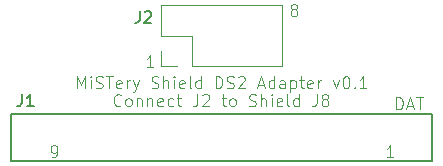
<source format=gbr>
%TF.GenerationSoftware,KiCad,Pcbnew,8.0.7*%
%TF.CreationDate,2024-12-28T15:26:56+01:00*%
%TF.ProjectId,MiSTery_DS2_Breakout,4d695354-6572-4795-9f44-53325f427265,rev?*%
%TF.SameCoordinates,Original*%
%TF.FileFunction,Legend,Top*%
%TF.FilePolarity,Positive*%
%FSLAX46Y46*%
G04 Gerber Fmt 4.6, Leading zero omitted, Abs format (unit mm)*
G04 Created by KiCad (PCBNEW 8.0.7) date 2024-12-28 15:26:56*
%MOMM*%
%LPD*%
G01*
G04 APERTURE LIST*
%ADD10C,0.100000*%
%ADD11C,0.125000*%
%ADD12C,0.150000*%
%ADD13C,0.142240*%
%ADD14C,0.120000*%
%ADD15C,0.127000*%
G04 APERTURE END LIST*
D10*
X169483693Y-102234419D02*
X168912265Y-102234419D01*
X169197979Y-102234419D02*
X169197979Y-101234419D01*
X169197979Y-101234419D02*
X169102741Y-101377276D01*
X169102741Y-101377276D02*
X169007503Y-101472514D01*
X169007503Y-101472514D02*
X168912265Y-101520133D01*
X166737312Y-105441180D02*
X166689693Y-105488800D01*
X166689693Y-105488800D02*
X166546836Y-105536419D01*
X166546836Y-105536419D02*
X166451598Y-105536419D01*
X166451598Y-105536419D02*
X166308741Y-105488800D01*
X166308741Y-105488800D02*
X166213503Y-105393561D01*
X166213503Y-105393561D02*
X166165884Y-105298323D01*
X166165884Y-105298323D02*
X166118265Y-105107847D01*
X166118265Y-105107847D02*
X166118265Y-104964990D01*
X166118265Y-104964990D02*
X166165884Y-104774514D01*
X166165884Y-104774514D02*
X166213503Y-104679276D01*
X166213503Y-104679276D02*
X166308741Y-104584038D01*
X166308741Y-104584038D02*
X166451598Y-104536419D01*
X166451598Y-104536419D02*
X166546836Y-104536419D01*
X166546836Y-104536419D02*
X166689693Y-104584038D01*
X166689693Y-104584038D02*
X166737312Y-104631657D01*
X167308741Y-105536419D02*
X167213503Y-105488800D01*
X167213503Y-105488800D02*
X167165884Y-105441180D01*
X167165884Y-105441180D02*
X167118265Y-105345942D01*
X167118265Y-105345942D02*
X167118265Y-105060228D01*
X167118265Y-105060228D02*
X167165884Y-104964990D01*
X167165884Y-104964990D02*
X167213503Y-104917371D01*
X167213503Y-104917371D02*
X167308741Y-104869752D01*
X167308741Y-104869752D02*
X167451598Y-104869752D01*
X167451598Y-104869752D02*
X167546836Y-104917371D01*
X167546836Y-104917371D02*
X167594455Y-104964990D01*
X167594455Y-104964990D02*
X167642074Y-105060228D01*
X167642074Y-105060228D02*
X167642074Y-105345942D01*
X167642074Y-105345942D02*
X167594455Y-105441180D01*
X167594455Y-105441180D02*
X167546836Y-105488800D01*
X167546836Y-105488800D02*
X167451598Y-105536419D01*
X167451598Y-105536419D02*
X167308741Y-105536419D01*
X168070646Y-104869752D02*
X168070646Y-105536419D01*
X168070646Y-104964990D02*
X168118265Y-104917371D01*
X168118265Y-104917371D02*
X168213503Y-104869752D01*
X168213503Y-104869752D02*
X168356360Y-104869752D01*
X168356360Y-104869752D02*
X168451598Y-104917371D01*
X168451598Y-104917371D02*
X168499217Y-105012609D01*
X168499217Y-105012609D02*
X168499217Y-105536419D01*
X168975408Y-104869752D02*
X168975408Y-105536419D01*
X168975408Y-104964990D02*
X169023027Y-104917371D01*
X169023027Y-104917371D02*
X169118265Y-104869752D01*
X169118265Y-104869752D02*
X169261122Y-104869752D01*
X169261122Y-104869752D02*
X169356360Y-104917371D01*
X169356360Y-104917371D02*
X169403979Y-105012609D01*
X169403979Y-105012609D02*
X169403979Y-105536419D01*
X170261122Y-105488800D02*
X170165884Y-105536419D01*
X170165884Y-105536419D02*
X169975408Y-105536419D01*
X169975408Y-105536419D02*
X169880170Y-105488800D01*
X169880170Y-105488800D02*
X169832551Y-105393561D01*
X169832551Y-105393561D02*
X169832551Y-105012609D01*
X169832551Y-105012609D02*
X169880170Y-104917371D01*
X169880170Y-104917371D02*
X169975408Y-104869752D01*
X169975408Y-104869752D02*
X170165884Y-104869752D01*
X170165884Y-104869752D02*
X170261122Y-104917371D01*
X170261122Y-104917371D02*
X170308741Y-105012609D01*
X170308741Y-105012609D02*
X170308741Y-105107847D01*
X170308741Y-105107847D02*
X169832551Y-105203085D01*
X171165884Y-105488800D02*
X171070646Y-105536419D01*
X171070646Y-105536419D02*
X170880170Y-105536419D01*
X170880170Y-105536419D02*
X170784932Y-105488800D01*
X170784932Y-105488800D02*
X170737313Y-105441180D01*
X170737313Y-105441180D02*
X170689694Y-105345942D01*
X170689694Y-105345942D02*
X170689694Y-105060228D01*
X170689694Y-105060228D02*
X170737313Y-104964990D01*
X170737313Y-104964990D02*
X170784932Y-104917371D01*
X170784932Y-104917371D02*
X170880170Y-104869752D01*
X170880170Y-104869752D02*
X171070646Y-104869752D01*
X171070646Y-104869752D02*
X171165884Y-104917371D01*
X171451599Y-104869752D02*
X171832551Y-104869752D01*
X171594456Y-104536419D02*
X171594456Y-105393561D01*
X171594456Y-105393561D02*
X171642075Y-105488800D01*
X171642075Y-105488800D02*
X171737313Y-105536419D01*
X171737313Y-105536419D02*
X171832551Y-105536419D01*
X173213504Y-104536419D02*
X173213504Y-105250704D01*
X173213504Y-105250704D02*
X173165885Y-105393561D01*
X173165885Y-105393561D02*
X173070647Y-105488800D01*
X173070647Y-105488800D02*
X172927790Y-105536419D01*
X172927790Y-105536419D02*
X172832552Y-105536419D01*
X173642076Y-104631657D02*
X173689695Y-104584038D01*
X173689695Y-104584038D02*
X173784933Y-104536419D01*
X173784933Y-104536419D02*
X174023028Y-104536419D01*
X174023028Y-104536419D02*
X174118266Y-104584038D01*
X174118266Y-104584038D02*
X174165885Y-104631657D01*
X174165885Y-104631657D02*
X174213504Y-104726895D01*
X174213504Y-104726895D02*
X174213504Y-104822133D01*
X174213504Y-104822133D02*
X174165885Y-104964990D01*
X174165885Y-104964990D02*
X173594457Y-105536419D01*
X173594457Y-105536419D02*
X174213504Y-105536419D01*
X175261124Y-104869752D02*
X175642076Y-104869752D01*
X175403981Y-104536419D02*
X175403981Y-105393561D01*
X175403981Y-105393561D02*
X175451600Y-105488800D01*
X175451600Y-105488800D02*
X175546838Y-105536419D01*
X175546838Y-105536419D02*
X175642076Y-105536419D01*
X176118267Y-105536419D02*
X176023029Y-105488800D01*
X176023029Y-105488800D02*
X175975410Y-105441180D01*
X175975410Y-105441180D02*
X175927791Y-105345942D01*
X175927791Y-105345942D02*
X175927791Y-105060228D01*
X175927791Y-105060228D02*
X175975410Y-104964990D01*
X175975410Y-104964990D02*
X176023029Y-104917371D01*
X176023029Y-104917371D02*
X176118267Y-104869752D01*
X176118267Y-104869752D02*
X176261124Y-104869752D01*
X176261124Y-104869752D02*
X176356362Y-104917371D01*
X176356362Y-104917371D02*
X176403981Y-104964990D01*
X176403981Y-104964990D02*
X176451600Y-105060228D01*
X176451600Y-105060228D02*
X176451600Y-105345942D01*
X176451600Y-105345942D02*
X176403981Y-105441180D01*
X176403981Y-105441180D02*
X176356362Y-105488800D01*
X176356362Y-105488800D02*
X176261124Y-105536419D01*
X176261124Y-105536419D02*
X176118267Y-105536419D01*
X177594458Y-105488800D02*
X177737315Y-105536419D01*
X177737315Y-105536419D02*
X177975410Y-105536419D01*
X177975410Y-105536419D02*
X178070648Y-105488800D01*
X178070648Y-105488800D02*
X178118267Y-105441180D01*
X178118267Y-105441180D02*
X178165886Y-105345942D01*
X178165886Y-105345942D02*
X178165886Y-105250704D01*
X178165886Y-105250704D02*
X178118267Y-105155466D01*
X178118267Y-105155466D02*
X178070648Y-105107847D01*
X178070648Y-105107847D02*
X177975410Y-105060228D01*
X177975410Y-105060228D02*
X177784934Y-105012609D01*
X177784934Y-105012609D02*
X177689696Y-104964990D01*
X177689696Y-104964990D02*
X177642077Y-104917371D01*
X177642077Y-104917371D02*
X177594458Y-104822133D01*
X177594458Y-104822133D02*
X177594458Y-104726895D01*
X177594458Y-104726895D02*
X177642077Y-104631657D01*
X177642077Y-104631657D02*
X177689696Y-104584038D01*
X177689696Y-104584038D02*
X177784934Y-104536419D01*
X177784934Y-104536419D02*
X178023029Y-104536419D01*
X178023029Y-104536419D02*
X178165886Y-104584038D01*
X178594458Y-105536419D02*
X178594458Y-104536419D01*
X179023029Y-105536419D02*
X179023029Y-105012609D01*
X179023029Y-105012609D02*
X178975410Y-104917371D01*
X178975410Y-104917371D02*
X178880172Y-104869752D01*
X178880172Y-104869752D02*
X178737315Y-104869752D01*
X178737315Y-104869752D02*
X178642077Y-104917371D01*
X178642077Y-104917371D02*
X178594458Y-104964990D01*
X179499220Y-105536419D02*
X179499220Y-104869752D01*
X179499220Y-104536419D02*
X179451601Y-104584038D01*
X179451601Y-104584038D02*
X179499220Y-104631657D01*
X179499220Y-104631657D02*
X179546839Y-104584038D01*
X179546839Y-104584038D02*
X179499220Y-104536419D01*
X179499220Y-104536419D02*
X179499220Y-104631657D01*
X180356362Y-105488800D02*
X180261124Y-105536419D01*
X180261124Y-105536419D02*
X180070648Y-105536419D01*
X180070648Y-105536419D02*
X179975410Y-105488800D01*
X179975410Y-105488800D02*
X179927791Y-105393561D01*
X179927791Y-105393561D02*
X179927791Y-105012609D01*
X179927791Y-105012609D02*
X179975410Y-104917371D01*
X179975410Y-104917371D02*
X180070648Y-104869752D01*
X180070648Y-104869752D02*
X180261124Y-104869752D01*
X180261124Y-104869752D02*
X180356362Y-104917371D01*
X180356362Y-104917371D02*
X180403981Y-105012609D01*
X180403981Y-105012609D02*
X180403981Y-105107847D01*
X180403981Y-105107847D02*
X179927791Y-105203085D01*
X180975410Y-105536419D02*
X180880172Y-105488800D01*
X180880172Y-105488800D02*
X180832553Y-105393561D01*
X180832553Y-105393561D02*
X180832553Y-104536419D01*
X181784934Y-105536419D02*
X181784934Y-104536419D01*
X181784934Y-105488800D02*
X181689696Y-105536419D01*
X181689696Y-105536419D02*
X181499220Y-105536419D01*
X181499220Y-105536419D02*
X181403982Y-105488800D01*
X181403982Y-105488800D02*
X181356363Y-105441180D01*
X181356363Y-105441180D02*
X181308744Y-105345942D01*
X181308744Y-105345942D02*
X181308744Y-105060228D01*
X181308744Y-105060228D02*
X181356363Y-104964990D01*
X181356363Y-104964990D02*
X181403982Y-104917371D01*
X181403982Y-104917371D02*
X181499220Y-104869752D01*
X181499220Y-104869752D02*
X181689696Y-104869752D01*
X181689696Y-104869752D02*
X181784934Y-104917371D01*
X183308744Y-104536419D02*
X183308744Y-105250704D01*
X183308744Y-105250704D02*
X183261125Y-105393561D01*
X183261125Y-105393561D02*
X183165887Y-105488800D01*
X183165887Y-105488800D02*
X183023030Y-105536419D01*
X183023030Y-105536419D02*
X182927792Y-105536419D01*
X183927792Y-104964990D02*
X183832554Y-104917371D01*
X183832554Y-104917371D02*
X183784935Y-104869752D01*
X183784935Y-104869752D02*
X183737316Y-104774514D01*
X183737316Y-104774514D02*
X183737316Y-104726895D01*
X183737316Y-104726895D02*
X183784935Y-104631657D01*
X183784935Y-104631657D02*
X183832554Y-104584038D01*
X183832554Y-104584038D02*
X183927792Y-104536419D01*
X183927792Y-104536419D02*
X184118268Y-104536419D01*
X184118268Y-104536419D02*
X184213506Y-104584038D01*
X184213506Y-104584038D02*
X184261125Y-104631657D01*
X184261125Y-104631657D02*
X184308744Y-104726895D01*
X184308744Y-104726895D02*
X184308744Y-104774514D01*
X184308744Y-104774514D02*
X184261125Y-104869752D01*
X184261125Y-104869752D02*
X184213506Y-104917371D01*
X184213506Y-104917371D02*
X184118268Y-104964990D01*
X184118268Y-104964990D02*
X183927792Y-104964990D01*
X183927792Y-104964990D02*
X183832554Y-105012609D01*
X183832554Y-105012609D02*
X183784935Y-105060228D01*
X183784935Y-105060228D02*
X183737316Y-105155466D01*
X183737316Y-105155466D02*
X183737316Y-105345942D01*
X183737316Y-105345942D02*
X183784935Y-105441180D01*
X183784935Y-105441180D02*
X183832554Y-105488800D01*
X183832554Y-105488800D02*
X183927792Y-105536419D01*
X183927792Y-105536419D02*
X184118268Y-105536419D01*
X184118268Y-105536419D02*
X184213506Y-105488800D01*
X184213506Y-105488800D02*
X184261125Y-105441180D01*
X184261125Y-105441180D02*
X184308744Y-105345942D01*
X184308744Y-105345942D02*
X184308744Y-105155466D01*
X184308744Y-105155466D02*
X184261125Y-105060228D01*
X184261125Y-105060228D02*
X184213506Y-105012609D01*
X184213506Y-105012609D02*
X184118268Y-104964990D01*
X189803693Y-109854419D02*
X189232265Y-109854419D01*
X189517979Y-109854419D02*
X189517979Y-108854419D01*
X189517979Y-108854419D02*
X189422741Y-108997276D01*
X189422741Y-108997276D02*
X189327503Y-109092514D01*
X189327503Y-109092514D02*
X189232265Y-109140133D01*
X190041884Y-105790419D02*
X190041884Y-104790419D01*
X190041884Y-104790419D02*
X190279979Y-104790419D01*
X190279979Y-104790419D02*
X190422836Y-104838038D01*
X190422836Y-104838038D02*
X190518074Y-104933276D01*
X190518074Y-104933276D02*
X190565693Y-105028514D01*
X190565693Y-105028514D02*
X190613312Y-105218990D01*
X190613312Y-105218990D02*
X190613312Y-105361847D01*
X190613312Y-105361847D02*
X190565693Y-105552323D01*
X190565693Y-105552323D02*
X190518074Y-105647561D01*
X190518074Y-105647561D02*
X190422836Y-105742800D01*
X190422836Y-105742800D02*
X190279979Y-105790419D01*
X190279979Y-105790419D02*
X190041884Y-105790419D01*
X190994265Y-105504704D02*
X191470455Y-105504704D01*
X190899027Y-105790419D02*
X191232360Y-104790419D01*
X191232360Y-104790419D02*
X191565693Y-105790419D01*
X191756170Y-104790419D02*
X192327598Y-104790419D01*
X192041884Y-105790419D02*
X192041884Y-104790419D01*
X160879503Y-109854419D02*
X161069979Y-109854419D01*
X161069979Y-109854419D02*
X161165217Y-109806800D01*
X161165217Y-109806800D02*
X161212836Y-109759180D01*
X161212836Y-109759180D02*
X161308074Y-109616323D01*
X161308074Y-109616323D02*
X161355693Y-109425847D01*
X161355693Y-109425847D02*
X161355693Y-109044895D01*
X161355693Y-109044895D02*
X161308074Y-108949657D01*
X161308074Y-108949657D02*
X161260455Y-108902038D01*
X161260455Y-108902038D02*
X161165217Y-108854419D01*
X161165217Y-108854419D02*
X160974741Y-108854419D01*
X160974741Y-108854419D02*
X160879503Y-108902038D01*
X160879503Y-108902038D02*
X160831884Y-108949657D01*
X160831884Y-108949657D02*
X160784265Y-109044895D01*
X160784265Y-109044895D02*
X160784265Y-109282990D01*
X160784265Y-109282990D02*
X160831884Y-109378228D01*
X160831884Y-109378228D02*
X160879503Y-109425847D01*
X160879503Y-109425847D02*
X160974741Y-109473466D01*
X160974741Y-109473466D02*
X161165217Y-109473466D01*
X161165217Y-109473466D02*
X161260455Y-109425847D01*
X161260455Y-109425847D02*
X161308074Y-109378228D01*
X161308074Y-109378228D02*
X161355693Y-109282990D01*
X181294741Y-97344990D02*
X181199503Y-97297371D01*
X181199503Y-97297371D02*
X181151884Y-97249752D01*
X181151884Y-97249752D02*
X181104265Y-97154514D01*
X181104265Y-97154514D02*
X181104265Y-97106895D01*
X181104265Y-97106895D02*
X181151884Y-97011657D01*
X181151884Y-97011657D02*
X181199503Y-96964038D01*
X181199503Y-96964038D02*
X181294741Y-96916419D01*
X181294741Y-96916419D02*
X181485217Y-96916419D01*
X181485217Y-96916419D02*
X181580455Y-96964038D01*
X181580455Y-96964038D02*
X181628074Y-97011657D01*
X181628074Y-97011657D02*
X181675693Y-97106895D01*
X181675693Y-97106895D02*
X181675693Y-97154514D01*
X181675693Y-97154514D02*
X181628074Y-97249752D01*
X181628074Y-97249752D02*
X181580455Y-97297371D01*
X181580455Y-97297371D02*
X181485217Y-97344990D01*
X181485217Y-97344990D02*
X181294741Y-97344990D01*
X181294741Y-97344990D02*
X181199503Y-97392609D01*
X181199503Y-97392609D02*
X181151884Y-97440228D01*
X181151884Y-97440228D02*
X181104265Y-97535466D01*
X181104265Y-97535466D02*
X181104265Y-97725942D01*
X181104265Y-97725942D02*
X181151884Y-97821180D01*
X181151884Y-97821180D02*
X181199503Y-97868800D01*
X181199503Y-97868800D02*
X181294741Y-97916419D01*
X181294741Y-97916419D02*
X181485217Y-97916419D01*
X181485217Y-97916419D02*
X181580455Y-97868800D01*
X181580455Y-97868800D02*
X181628074Y-97821180D01*
X181628074Y-97821180D02*
X181675693Y-97725942D01*
X181675693Y-97725942D02*
X181675693Y-97535466D01*
X181675693Y-97535466D02*
X181628074Y-97440228D01*
X181628074Y-97440228D02*
X181580455Y-97392609D01*
X181580455Y-97392609D02*
X181485217Y-97344990D01*
D11*
X163045713Y-104011119D02*
X163045713Y-103011119D01*
X163045713Y-103011119D02*
X163379046Y-103725404D01*
X163379046Y-103725404D02*
X163712379Y-103011119D01*
X163712379Y-103011119D02*
X163712379Y-104011119D01*
X164188570Y-104011119D02*
X164188570Y-103344452D01*
X164188570Y-103011119D02*
X164140951Y-103058738D01*
X164140951Y-103058738D02*
X164188570Y-103106357D01*
X164188570Y-103106357D02*
X164236189Y-103058738D01*
X164236189Y-103058738D02*
X164188570Y-103011119D01*
X164188570Y-103011119D02*
X164188570Y-103106357D01*
X164617141Y-103963500D02*
X164759998Y-104011119D01*
X164759998Y-104011119D02*
X164998093Y-104011119D01*
X164998093Y-104011119D02*
X165093331Y-103963500D01*
X165093331Y-103963500D02*
X165140950Y-103915880D01*
X165140950Y-103915880D02*
X165188569Y-103820642D01*
X165188569Y-103820642D02*
X165188569Y-103725404D01*
X165188569Y-103725404D02*
X165140950Y-103630166D01*
X165140950Y-103630166D02*
X165093331Y-103582547D01*
X165093331Y-103582547D02*
X164998093Y-103534928D01*
X164998093Y-103534928D02*
X164807617Y-103487309D01*
X164807617Y-103487309D02*
X164712379Y-103439690D01*
X164712379Y-103439690D02*
X164664760Y-103392071D01*
X164664760Y-103392071D02*
X164617141Y-103296833D01*
X164617141Y-103296833D02*
X164617141Y-103201595D01*
X164617141Y-103201595D02*
X164664760Y-103106357D01*
X164664760Y-103106357D02*
X164712379Y-103058738D01*
X164712379Y-103058738D02*
X164807617Y-103011119D01*
X164807617Y-103011119D02*
X165045712Y-103011119D01*
X165045712Y-103011119D02*
X165188569Y-103058738D01*
X165474284Y-103011119D02*
X166045712Y-103011119D01*
X165759998Y-104011119D02*
X165759998Y-103011119D01*
X166759998Y-103963500D02*
X166664760Y-104011119D01*
X166664760Y-104011119D02*
X166474284Y-104011119D01*
X166474284Y-104011119D02*
X166379046Y-103963500D01*
X166379046Y-103963500D02*
X166331427Y-103868261D01*
X166331427Y-103868261D02*
X166331427Y-103487309D01*
X166331427Y-103487309D02*
X166379046Y-103392071D01*
X166379046Y-103392071D02*
X166474284Y-103344452D01*
X166474284Y-103344452D02*
X166664760Y-103344452D01*
X166664760Y-103344452D02*
X166759998Y-103392071D01*
X166759998Y-103392071D02*
X166807617Y-103487309D01*
X166807617Y-103487309D02*
X166807617Y-103582547D01*
X166807617Y-103582547D02*
X166331427Y-103677785D01*
X167236189Y-104011119D02*
X167236189Y-103344452D01*
X167236189Y-103534928D02*
X167283808Y-103439690D01*
X167283808Y-103439690D02*
X167331427Y-103392071D01*
X167331427Y-103392071D02*
X167426665Y-103344452D01*
X167426665Y-103344452D02*
X167521903Y-103344452D01*
X167759999Y-103344452D02*
X167998094Y-104011119D01*
X168236189Y-103344452D02*
X167998094Y-104011119D01*
X167998094Y-104011119D02*
X167902856Y-104249214D01*
X167902856Y-104249214D02*
X167855237Y-104296833D01*
X167855237Y-104296833D02*
X167759999Y-104344452D01*
X169331428Y-103963500D02*
X169474285Y-104011119D01*
X169474285Y-104011119D02*
X169712380Y-104011119D01*
X169712380Y-104011119D02*
X169807618Y-103963500D01*
X169807618Y-103963500D02*
X169855237Y-103915880D01*
X169855237Y-103915880D02*
X169902856Y-103820642D01*
X169902856Y-103820642D02*
X169902856Y-103725404D01*
X169902856Y-103725404D02*
X169855237Y-103630166D01*
X169855237Y-103630166D02*
X169807618Y-103582547D01*
X169807618Y-103582547D02*
X169712380Y-103534928D01*
X169712380Y-103534928D02*
X169521904Y-103487309D01*
X169521904Y-103487309D02*
X169426666Y-103439690D01*
X169426666Y-103439690D02*
X169379047Y-103392071D01*
X169379047Y-103392071D02*
X169331428Y-103296833D01*
X169331428Y-103296833D02*
X169331428Y-103201595D01*
X169331428Y-103201595D02*
X169379047Y-103106357D01*
X169379047Y-103106357D02*
X169426666Y-103058738D01*
X169426666Y-103058738D02*
X169521904Y-103011119D01*
X169521904Y-103011119D02*
X169759999Y-103011119D01*
X169759999Y-103011119D02*
X169902856Y-103058738D01*
X170331428Y-104011119D02*
X170331428Y-103011119D01*
X170759999Y-104011119D02*
X170759999Y-103487309D01*
X170759999Y-103487309D02*
X170712380Y-103392071D01*
X170712380Y-103392071D02*
X170617142Y-103344452D01*
X170617142Y-103344452D02*
X170474285Y-103344452D01*
X170474285Y-103344452D02*
X170379047Y-103392071D01*
X170379047Y-103392071D02*
X170331428Y-103439690D01*
X171236190Y-104011119D02*
X171236190Y-103344452D01*
X171236190Y-103011119D02*
X171188571Y-103058738D01*
X171188571Y-103058738D02*
X171236190Y-103106357D01*
X171236190Y-103106357D02*
X171283809Y-103058738D01*
X171283809Y-103058738D02*
X171236190Y-103011119D01*
X171236190Y-103011119D02*
X171236190Y-103106357D01*
X172093332Y-103963500D02*
X171998094Y-104011119D01*
X171998094Y-104011119D02*
X171807618Y-104011119D01*
X171807618Y-104011119D02*
X171712380Y-103963500D01*
X171712380Y-103963500D02*
X171664761Y-103868261D01*
X171664761Y-103868261D02*
X171664761Y-103487309D01*
X171664761Y-103487309D02*
X171712380Y-103392071D01*
X171712380Y-103392071D02*
X171807618Y-103344452D01*
X171807618Y-103344452D02*
X171998094Y-103344452D01*
X171998094Y-103344452D02*
X172093332Y-103392071D01*
X172093332Y-103392071D02*
X172140951Y-103487309D01*
X172140951Y-103487309D02*
X172140951Y-103582547D01*
X172140951Y-103582547D02*
X171664761Y-103677785D01*
X172712380Y-104011119D02*
X172617142Y-103963500D01*
X172617142Y-103963500D02*
X172569523Y-103868261D01*
X172569523Y-103868261D02*
X172569523Y-103011119D01*
X173521904Y-104011119D02*
X173521904Y-103011119D01*
X173521904Y-103963500D02*
X173426666Y-104011119D01*
X173426666Y-104011119D02*
X173236190Y-104011119D01*
X173236190Y-104011119D02*
X173140952Y-103963500D01*
X173140952Y-103963500D02*
X173093333Y-103915880D01*
X173093333Y-103915880D02*
X173045714Y-103820642D01*
X173045714Y-103820642D02*
X173045714Y-103534928D01*
X173045714Y-103534928D02*
X173093333Y-103439690D01*
X173093333Y-103439690D02*
X173140952Y-103392071D01*
X173140952Y-103392071D02*
X173236190Y-103344452D01*
X173236190Y-103344452D02*
X173426666Y-103344452D01*
X173426666Y-103344452D02*
X173521904Y-103392071D01*
X174760000Y-104011119D02*
X174760000Y-103011119D01*
X174760000Y-103011119D02*
X174998095Y-103011119D01*
X174998095Y-103011119D02*
X175140952Y-103058738D01*
X175140952Y-103058738D02*
X175236190Y-103153976D01*
X175236190Y-103153976D02*
X175283809Y-103249214D01*
X175283809Y-103249214D02*
X175331428Y-103439690D01*
X175331428Y-103439690D02*
X175331428Y-103582547D01*
X175331428Y-103582547D02*
X175283809Y-103773023D01*
X175283809Y-103773023D02*
X175236190Y-103868261D01*
X175236190Y-103868261D02*
X175140952Y-103963500D01*
X175140952Y-103963500D02*
X174998095Y-104011119D01*
X174998095Y-104011119D02*
X174760000Y-104011119D01*
X175712381Y-103963500D02*
X175855238Y-104011119D01*
X175855238Y-104011119D02*
X176093333Y-104011119D01*
X176093333Y-104011119D02*
X176188571Y-103963500D01*
X176188571Y-103963500D02*
X176236190Y-103915880D01*
X176236190Y-103915880D02*
X176283809Y-103820642D01*
X176283809Y-103820642D02*
X176283809Y-103725404D01*
X176283809Y-103725404D02*
X176236190Y-103630166D01*
X176236190Y-103630166D02*
X176188571Y-103582547D01*
X176188571Y-103582547D02*
X176093333Y-103534928D01*
X176093333Y-103534928D02*
X175902857Y-103487309D01*
X175902857Y-103487309D02*
X175807619Y-103439690D01*
X175807619Y-103439690D02*
X175760000Y-103392071D01*
X175760000Y-103392071D02*
X175712381Y-103296833D01*
X175712381Y-103296833D02*
X175712381Y-103201595D01*
X175712381Y-103201595D02*
X175760000Y-103106357D01*
X175760000Y-103106357D02*
X175807619Y-103058738D01*
X175807619Y-103058738D02*
X175902857Y-103011119D01*
X175902857Y-103011119D02*
X176140952Y-103011119D01*
X176140952Y-103011119D02*
X176283809Y-103058738D01*
X176664762Y-103106357D02*
X176712381Y-103058738D01*
X176712381Y-103058738D02*
X176807619Y-103011119D01*
X176807619Y-103011119D02*
X177045714Y-103011119D01*
X177045714Y-103011119D02*
X177140952Y-103058738D01*
X177140952Y-103058738D02*
X177188571Y-103106357D01*
X177188571Y-103106357D02*
X177236190Y-103201595D01*
X177236190Y-103201595D02*
X177236190Y-103296833D01*
X177236190Y-103296833D02*
X177188571Y-103439690D01*
X177188571Y-103439690D02*
X176617143Y-104011119D01*
X176617143Y-104011119D02*
X177236190Y-104011119D01*
X178379048Y-103725404D02*
X178855238Y-103725404D01*
X178283810Y-104011119D02*
X178617143Y-103011119D01*
X178617143Y-103011119D02*
X178950476Y-104011119D01*
X179712381Y-104011119D02*
X179712381Y-103011119D01*
X179712381Y-103963500D02*
X179617143Y-104011119D01*
X179617143Y-104011119D02*
X179426667Y-104011119D01*
X179426667Y-104011119D02*
X179331429Y-103963500D01*
X179331429Y-103963500D02*
X179283810Y-103915880D01*
X179283810Y-103915880D02*
X179236191Y-103820642D01*
X179236191Y-103820642D02*
X179236191Y-103534928D01*
X179236191Y-103534928D02*
X179283810Y-103439690D01*
X179283810Y-103439690D02*
X179331429Y-103392071D01*
X179331429Y-103392071D02*
X179426667Y-103344452D01*
X179426667Y-103344452D02*
X179617143Y-103344452D01*
X179617143Y-103344452D02*
X179712381Y-103392071D01*
X180617143Y-104011119D02*
X180617143Y-103487309D01*
X180617143Y-103487309D02*
X180569524Y-103392071D01*
X180569524Y-103392071D02*
X180474286Y-103344452D01*
X180474286Y-103344452D02*
X180283810Y-103344452D01*
X180283810Y-103344452D02*
X180188572Y-103392071D01*
X180617143Y-103963500D02*
X180521905Y-104011119D01*
X180521905Y-104011119D02*
X180283810Y-104011119D01*
X180283810Y-104011119D02*
X180188572Y-103963500D01*
X180188572Y-103963500D02*
X180140953Y-103868261D01*
X180140953Y-103868261D02*
X180140953Y-103773023D01*
X180140953Y-103773023D02*
X180188572Y-103677785D01*
X180188572Y-103677785D02*
X180283810Y-103630166D01*
X180283810Y-103630166D02*
X180521905Y-103630166D01*
X180521905Y-103630166D02*
X180617143Y-103582547D01*
X181093334Y-103344452D02*
X181093334Y-104344452D01*
X181093334Y-103392071D02*
X181188572Y-103344452D01*
X181188572Y-103344452D02*
X181379048Y-103344452D01*
X181379048Y-103344452D02*
X181474286Y-103392071D01*
X181474286Y-103392071D02*
X181521905Y-103439690D01*
X181521905Y-103439690D02*
X181569524Y-103534928D01*
X181569524Y-103534928D02*
X181569524Y-103820642D01*
X181569524Y-103820642D02*
X181521905Y-103915880D01*
X181521905Y-103915880D02*
X181474286Y-103963500D01*
X181474286Y-103963500D02*
X181379048Y-104011119D01*
X181379048Y-104011119D02*
X181188572Y-104011119D01*
X181188572Y-104011119D02*
X181093334Y-103963500D01*
X181855239Y-103344452D02*
X182236191Y-103344452D01*
X181998096Y-103011119D02*
X181998096Y-103868261D01*
X181998096Y-103868261D02*
X182045715Y-103963500D01*
X182045715Y-103963500D02*
X182140953Y-104011119D01*
X182140953Y-104011119D02*
X182236191Y-104011119D01*
X182950477Y-103963500D02*
X182855239Y-104011119D01*
X182855239Y-104011119D02*
X182664763Y-104011119D01*
X182664763Y-104011119D02*
X182569525Y-103963500D01*
X182569525Y-103963500D02*
X182521906Y-103868261D01*
X182521906Y-103868261D02*
X182521906Y-103487309D01*
X182521906Y-103487309D02*
X182569525Y-103392071D01*
X182569525Y-103392071D02*
X182664763Y-103344452D01*
X182664763Y-103344452D02*
X182855239Y-103344452D01*
X182855239Y-103344452D02*
X182950477Y-103392071D01*
X182950477Y-103392071D02*
X182998096Y-103487309D01*
X182998096Y-103487309D02*
X182998096Y-103582547D01*
X182998096Y-103582547D02*
X182521906Y-103677785D01*
X183426668Y-104011119D02*
X183426668Y-103344452D01*
X183426668Y-103534928D02*
X183474287Y-103439690D01*
X183474287Y-103439690D02*
X183521906Y-103392071D01*
X183521906Y-103392071D02*
X183617144Y-103344452D01*
X183617144Y-103344452D02*
X183712382Y-103344452D01*
X184712383Y-103344452D02*
X184950478Y-104011119D01*
X184950478Y-104011119D02*
X185188573Y-103344452D01*
X185760002Y-103011119D02*
X185855240Y-103011119D01*
X185855240Y-103011119D02*
X185950478Y-103058738D01*
X185950478Y-103058738D02*
X185998097Y-103106357D01*
X185998097Y-103106357D02*
X186045716Y-103201595D01*
X186045716Y-103201595D02*
X186093335Y-103392071D01*
X186093335Y-103392071D02*
X186093335Y-103630166D01*
X186093335Y-103630166D02*
X186045716Y-103820642D01*
X186045716Y-103820642D02*
X185998097Y-103915880D01*
X185998097Y-103915880D02*
X185950478Y-103963500D01*
X185950478Y-103963500D02*
X185855240Y-104011119D01*
X185855240Y-104011119D02*
X185760002Y-104011119D01*
X185760002Y-104011119D02*
X185664764Y-103963500D01*
X185664764Y-103963500D02*
X185617145Y-103915880D01*
X185617145Y-103915880D02*
X185569526Y-103820642D01*
X185569526Y-103820642D02*
X185521907Y-103630166D01*
X185521907Y-103630166D02*
X185521907Y-103392071D01*
X185521907Y-103392071D02*
X185569526Y-103201595D01*
X185569526Y-103201595D02*
X185617145Y-103106357D01*
X185617145Y-103106357D02*
X185664764Y-103058738D01*
X185664764Y-103058738D02*
X185760002Y-103011119D01*
X186521907Y-103915880D02*
X186569526Y-103963500D01*
X186569526Y-103963500D02*
X186521907Y-104011119D01*
X186521907Y-104011119D02*
X186474288Y-103963500D01*
X186474288Y-103963500D02*
X186521907Y-103915880D01*
X186521907Y-103915880D02*
X186521907Y-104011119D01*
X187521906Y-104011119D02*
X186950478Y-104011119D01*
X187236192Y-104011119D02*
X187236192Y-103011119D01*
X187236192Y-103011119D02*
X187140954Y-103153976D01*
X187140954Y-103153976D02*
X187045716Y-103249214D01*
X187045716Y-103249214D02*
X186950478Y-103296833D01*
D12*
X168322666Y-97498819D02*
X168322666Y-98213104D01*
X168322666Y-98213104D02*
X168275047Y-98355961D01*
X168275047Y-98355961D02*
X168179809Y-98451200D01*
X168179809Y-98451200D02*
X168036952Y-98498819D01*
X168036952Y-98498819D02*
X167941714Y-98498819D01*
X168751238Y-97594057D02*
X168798857Y-97546438D01*
X168798857Y-97546438D02*
X168894095Y-97498819D01*
X168894095Y-97498819D02*
X169132190Y-97498819D01*
X169132190Y-97498819D02*
X169227428Y-97546438D01*
X169227428Y-97546438D02*
X169275047Y-97594057D01*
X169275047Y-97594057D02*
X169322666Y-97689295D01*
X169322666Y-97689295D02*
X169322666Y-97784533D01*
X169322666Y-97784533D02*
X169275047Y-97927390D01*
X169275047Y-97927390D02*
X168703619Y-98498819D01*
X168703619Y-98498819D02*
X169322666Y-98498819D01*
D13*
X158351387Y-104534222D02*
X158351387Y-105248507D01*
X158351387Y-105248507D02*
X158303768Y-105391364D01*
X158303768Y-105391364D02*
X158208530Y-105486603D01*
X158208530Y-105486603D02*
X158065673Y-105534222D01*
X158065673Y-105534222D02*
X157970435Y-105534222D01*
X159351387Y-105534222D02*
X158779959Y-105534222D01*
X159065673Y-105534222D02*
X159065673Y-104534222D01*
X159065673Y-104534222D02*
X158970435Y-104677079D01*
X158970435Y-104677079D02*
X158875197Y-104772317D01*
X158875197Y-104772317D02*
X158779959Y-104819936D01*
D14*
%TO.C,J2*%
X170120000Y-96968000D02*
X180400000Y-96968000D01*
X170120000Y-99568000D02*
X170120000Y-96968000D01*
X170120000Y-102168000D02*
X170120000Y-100838000D01*
X171450000Y-102168000D02*
X170120000Y-102168000D01*
X172720000Y-99568000D02*
X170120000Y-99568000D01*
X172720000Y-102168000D02*
X172720000Y-99568000D01*
X172720000Y-102168000D02*
X180400000Y-102168000D01*
X180400000Y-102168000D02*
X180400000Y-96968000D01*
D15*
%TO.C,J1*%
X157460000Y-106204000D02*
X193060000Y-106204000D01*
X157460000Y-110204000D02*
X157460000Y-106204000D01*
X193060000Y-106204000D02*
X193060000Y-110204000D01*
X193060000Y-110204000D02*
X157460000Y-110204000D01*
%TD*%
M02*

</source>
